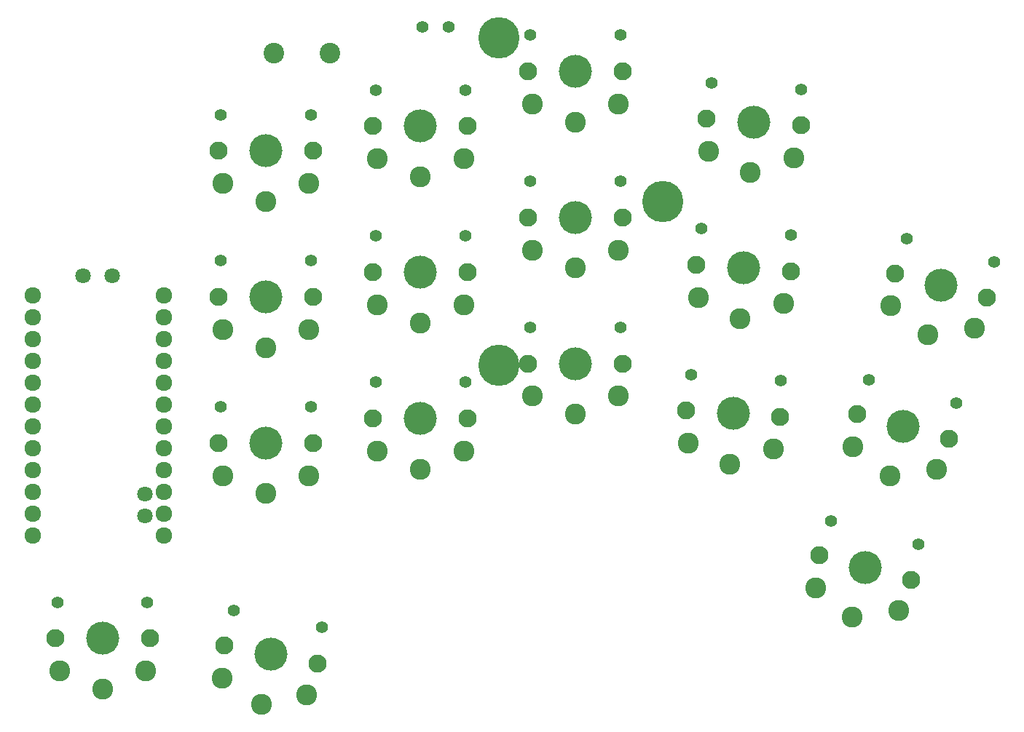
<source format=gts>
G04 #@! TF.GenerationSoftware,KiCad,Pcbnew,5.1.10*
G04 #@! TF.CreationDate,2021-06-23T23:04:58+01:00*
G04 #@! TF.ProjectId,hypergolic_left,68797065-7267-46f6-9c69-635f6c656674,0.1*
G04 #@! TF.SameCoordinates,Original*
G04 #@! TF.FileFunction,Soldermask,Top*
G04 #@! TF.FilePolarity,Negative*
%FSLAX46Y46*%
G04 Gerber Fmt 4.6, Leading zero omitted, Abs format (unit mm)*
G04 Created by KiCad (PCBNEW 5.1.10) date 2021-06-23 23:04:58*
%MOMM*%
%LPD*%
G01*
G04 APERTURE LIST*
%ADD10C,2.101800*%
%ADD11C,1.390600*%
%ADD12C,2.432000*%
%ADD13C,3.829000*%
%ADD14C,1.797000*%
%ADD15C,1.924000*%
%ADD16C,4.800000*%
%ADD17C,1.400000*%
%ADD18C,2.400000*%
G04 APERTURE END LIST*
D10*
X64760000Y-75064000D03*
X53760000Y-75064000D03*
D11*
X54040000Y-70864000D03*
D12*
X59260000Y-80964000D03*
X64260000Y-78864000D03*
D13*
X59260000Y-75064000D03*
D12*
X54260000Y-78864000D03*
D11*
X64480000Y-70864000D03*
D10*
X121461302Y-38109261D03*
X110488098Y-37341939D03*
D11*
X111060393Y-33171702D03*
D12*
X115563137Y-43611228D03*
X120697446Y-41865126D03*
D13*
X115974700Y-37725600D03*
D12*
X110721805Y-41167561D03*
D11*
X121474962Y-33899960D03*
D10*
X64760000Y-58064000D03*
X53760000Y-58064000D03*
D11*
X54040000Y-53864000D03*
D12*
X59260000Y-63964000D03*
X64260000Y-61864000D03*
D13*
X59260000Y-58064000D03*
D12*
X54260000Y-61864000D03*
D11*
X64480000Y-53864000D03*
D10*
X45794000Y-97790000D03*
X34794000Y-97790000D03*
D11*
X35074000Y-93590000D03*
D12*
X40294000Y-103690000D03*
X45294000Y-101590000D03*
D13*
X40294000Y-97790000D03*
D12*
X35294000Y-101590000D03*
D11*
X45514000Y-93590000D03*
D10*
X65250950Y-100707449D03*
X54453050Y-98608551D03*
D11*
X55529304Y-94539143D03*
D12*
X58726227Y-105449600D03*
X64035062Y-104342228D03*
D13*
X59852000Y-99658000D03*
D12*
X54218790Y-102434138D03*
D11*
X65777492Y-96531189D03*
D10*
X82760000Y-72189000D03*
X71760000Y-72189000D03*
D11*
X72040000Y-67989000D03*
D12*
X77260000Y-78089000D03*
X82260000Y-75989000D03*
D13*
X77260000Y-72189000D03*
D12*
X72260000Y-75989000D03*
D11*
X82480000Y-67989000D03*
D10*
X100760000Y-65814000D03*
X89760000Y-65814000D03*
D11*
X90040000Y-61614000D03*
D12*
X95260000Y-71714000D03*
X100260000Y-69614000D03*
D13*
X95260000Y-65814000D03*
D12*
X90260000Y-69614000D03*
D11*
X100480000Y-61614000D03*
D10*
X119089302Y-72031361D03*
X108116098Y-71264039D03*
D11*
X108688393Y-67093802D03*
D12*
X113191137Y-77533328D03*
X118325446Y-75787226D03*
D13*
X113602700Y-71647700D03*
D12*
X108349805Y-75089661D03*
D11*
X119102962Y-67822060D03*
D10*
X82760000Y-55184000D03*
X71760000Y-55184000D03*
D11*
X72040000Y-50984000D03*
D12*
X77260000Y-61084000D03*
X82260000Y-58984000D03*
D13*
X77260000Y-55184000D03*
D12*
X72260000Y-58984000D03*
D11*
X82480000Y-50984000D03*
D10*
X100760000Y-48814000D03*
X89760000Y-48814000D03*
D11*
X90040000Y-44614000D03*
D12*
X95260000Y-54714000D03*
X100260000Y-52614000D03*
D13*
X95260000Y-48814000D03*
D12*
X90260000Y-52614000D03*
D11*
X100480000Y-44614000D03*
D10*
X120275502Y-55067861D03*
X109302298Y-54300539D03*
D11*
X109874593Y-50130302D03*
D12*
X114377337Y-60569828D03*
X119511646Y-58823726D03*
D13*
X114788900Y-54684200D03*
D12*
X109536005Y-58126161D03*
D11*
X120289162Y-50858560D03*
D10*
X64760000Y-41064000D03*
X53760000Y-41064000D03*
D11*
X54040000Y-36864000D03*
D12*
X59260000Y-46964000D03*
X64260000Y-44864000D03*
D13*
X59260000Y-41064000D03*
D12*
X54260000Y-44864000D03*
D11*
X64480000Y-36864000D03*
D10*
X82760000Y-38184000D03*
X71760000Y-38184000D03*
D11*
X72040000Y-33984000D03*
D12*
X77260000Y-44084000D03*
X82260000Y-41984000D03*
D13*
X77260000Y-38184000D03*
D12*
X72260000Y-41984000D03*
D11*
X82480000Y-33984000D03*
D10*
X100760000Y-31824000D03*
X89760000Y-31824000D03*
D11*
X90040000Y-27624000D03*
D12*
X95260000Y-37724000D03*
X100260000Y-35624000D03*
D13*
X95260000Y-31824000D03*
D12*
X90260000Y-35624000D03*
D11*
X100480000Y-27624000D03*
D14*
X45212000Y-81026000D03*
X45212000Y-83566000D03*
D15*
X32166600Y-57912000D03*
X32166600Y-60452000D03*
X32166600Y-62992000D03*
X32166600Y-65532000D03*
X32166600Y-68072000D03*
X32166600Y-70612000D03*
X32166600Y-73152000D03*
X32166600Y-75692000D03*
X32166600Y-78232000D03*
X32166600Y-80772000D03*
X32166600Y-83312000D03*
X32166600Y-85852000D03*
X47386600Y-85852000D03*
X47386600Y-83312000D03*
X47386600Y-80772000D03*
X47386600Y-78232000D03*
X47386600Y-75692000D03*
X47386600Y-73152000D03*
X47386600Y-70612000D03*
X47386600Y-68072000D03*
X47386600Y-65532000D03*
X47386600Y-62992000D03*
X47386600Y-60452000D03*
X47386600Y-57912000D03*
D14*
X41402000Y-55626000D03*
D16*
X105410000Y-46990000D03*
X86360000Y-66040000D03*
X86360000Y-27940000D03*
D10*
X134280092Y-91009205D03*
X123654908Y-88162195D03*
D11*
X125012407Y-84177776D03*
D12*
X127440468Y-95284662D03*
X132813617Y-94550313D03*
D13*
X128967500Y-89585700D03*
D12*
X123154358Y-91962123D03*
D11*
X135096673Y-86879847D03*
D10*
X138681292Y-74583605D03*
X128056108Y-71736595D03*
D11*
X129413607Y-67752176D03*
D12*
X131841668Y-78859062D03*
X137214817Y-78124713D03*
D13*
X133368700Y-73160100D03*
D12*
X127555558Y-75536523D03*
D11*
X139497873Y-70454247D03*
D10*
X143081192Y-58162905D03*
X132456008Y-55315895D03*
D11*
X133813507Y-51331476D03*
D12*
X136241568Y-62438362D03*
X141614717Y-61704013D03*
D13*
X137768600Y-56739400D03*
D12*
X131955458Y-59115823D03*
D11*
X143897773Y-54033547D03*
D17*
X80494000Y-26670000D03*
X77494000Y-26670000D03*
D18*
X66698000Y-29718000D03*
X60198000Y-29718000D03*
D14*
X37998000Y-55626000D03*
M02*

</source>
